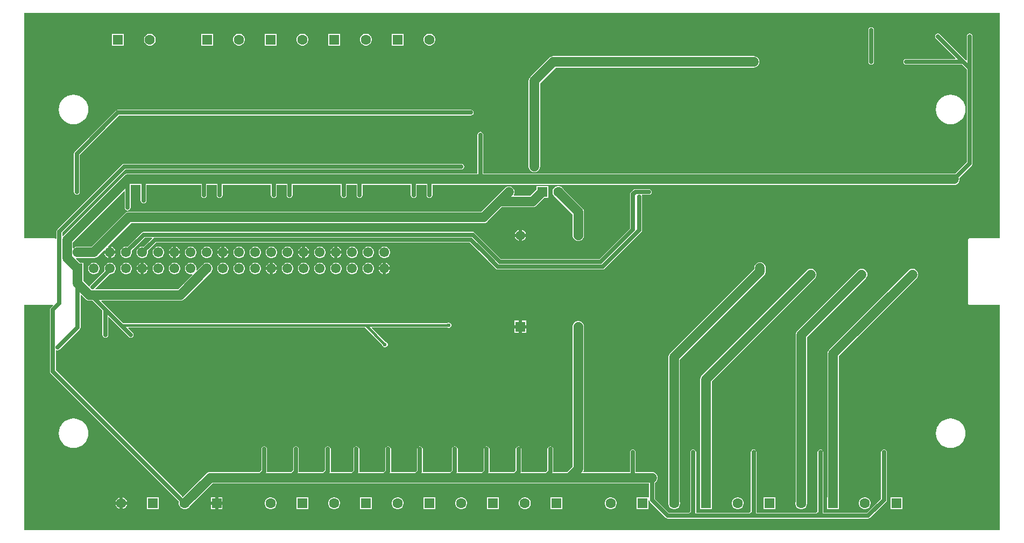
<source format=gbl>
G04*
G04 #@! TF.GenerationSoftware,Altium Limited,Altium Designer,24.2.2 (26)*
G04*
G04 Layer_Physical_Order=2*
G04 Layer_Color=16711680*
%FSLAX25Y25*%
%MOIN*%
G70*
G04*
G04 #@! TF.SameCoordinates,93052230-0714-41EE-B623-C252674C3430*
G04*
G04*
G04 #@! TF.FilePolarity,Positive*
G04*
G01*
G75*
%ADD51C,0.02500*%
%ADD52C,0.01500*%
%ADD53C,0.06000*%
%ADD54C,0.06000*%
%ADD55R,0.06496X0.06496*%
%ADD56C,0.06102*%
%ADD57R,0.06299X0.06299*%
%ADD58C,0.06299*%
%ADD59R,0.06102X0.06102*%
%ADD60C,0.02362*%
%ADD61C,0.05000*%
G36*
X605280Y182122D02*
X586614D01*
X586224Y182044D01*
X585893Y181823D01*
X585672Y181492D01*
X585595Y181102D01*
Y141732D01*
X585672Y141342D01*
X585893Y141011D01*
X586224Y140790D01*
X586614Y140713D01*
X605280D01*
Y1020D01*
X1020D01*
Y140713D01*
X18671D01*
X18862Y140251D01*
X17392Y138780D01*
X17005Y138202D01*
X16869Y137519D01*
Y99457D01*
X17005Y98774D01*
X17392Y98195D01*
X96881Y18706D01*
X96744Y18197D01*
Y17236D01*
X96993Y16308D01*
X97473Y15476D01*
X98153Y14796D01*
X98985Y14316D01*
X99913Y14067D01*
X100874D01*
X101802Y14316D01*
X102635Y14796D01*
X103314Y15476D01*
X103545Y15875D01*
X117604Y29934D01*
X387980D01*
Y21435D01*
X387508Y21366D01*
X387479Y21366D01*
X380209D01*
Y14067D01*
X387508D01*
Y19493D01*
X388008Y19542D01*
X388115Y19002D01*
X388502Y18423D01*
X398345Y8581D01*
X398923Y8194D01*
X399606Y8058D01*
X399606Y8058D01*
X523622D01*
X524305Y8194D01*
X524884Y8581D01*
X534726Y18423D01*
X534726Y18423D01*
X535113Y19002D01*
X535249Y19685D01*
X535249Y19685D01*
Y49213D01*
X535113Y49895D01*
X534726Y50474D01*
X534147Y50861D01*
X533465Y50997D01*
X532782Y50861D01*
X532203Y50474D01*
X531816Y49895D01*
X531680Y49213D01*
Y20424D01*
X522883Y11627D01*
X496030D01*
X495879Y11811D01*
Y49213D01*
X495743Y49895D01*
X495356Y50474D01*
X494777Y50861D01*
X494095Y50997D01*
X493412Y50861D01*
X492833Y50474D01*
X492446Y49895D01*
X492310Y49213D01*
Y12550D01*
X491387Y11627D01*
X454691D01*
X454540Y11811D01*
Y49213D01*
X454404Y49895D01*
X454018Y50474D01*
X453439Y50861D01*
X452756Y50997D01*
X452073Y50861D01*
X451494Y50474D01*
X451107Y49895D01*
X450972Y49213D01*
Y12550D01*
X450048Y11627D01*
X417290D01*
X417139Y11811D01*
X417139Y11811D01*
Y49213D01*
X417003Y49895D01*
X416616Y50474D01*
X416037Y50861D01*
X415354Y50997D01*
X414672Y50861D01*
X414093Y50474D01*
X413706Y49895D01*
X413570Y49213D01*
Y12550D01*
X412647Y11627D01*
X400345D01*
X391548Y20424D01*
Y30422D01*
X392260Y30968D01*
X392821Y31699D01*
X393174Y32551D01*
X393294Y33465D01*
X393174Y34378D01*
X392821Y35230D01*
X392260Y35961D01*
X391529Y36522D01*
X390677Y36874D01*
X389764Y36995D01*
X379737D01*
Y49213D01*
X379601Y49895D01*
X379214Y50474D01*
X378636Y50861D01*
X377953Y50997D01*
X377270Y50861D01*
X376691Y50474D01*
X376304Y49895D01*
X376168Y49213D01*
Y36995D01*
X347588D01*
X347297Y37495D01*
X347552Y38110D01*
X347672Y39024D01*
Y127134D01*
X347642Y127363D01*
Y127595D01*
X347582Y127818D01*
X347552Y128048D01*
X347463Y128261D01*
X347403Y128485D01*
X347288Y128685D01*
X347199Y128899D01*
X347058Y129083D01*
X346942Y129283D01*
X346779Y129446D01*
X346638Y129630D01*
X346454Y129771D01*
X346291Y129935D01*
X346090Y130050D01*
X345907Y130191D01*
X345693Y130280D01*
X345493Y130395D01*
X345269Y130455D01*
X345055Y130544D01*
X344826Y130574D01*
X344602Y130634D01*
X344371D01*
X344142Y130664D01*
X343912Y130634D01*
X343681D01*
X343457Y130574D01*
X343228Y130544D01*
X343014Y130455D01*
X342791Y130395D01*
X342590Y130280D01*
X342377Y130191D01*
X342193Y130050D01*
X341993Y129935D01*
X341829Y129771D01*
X341646Y129630D01*
X341505Y129446D01*
X341341Y129283D01*
X341225Y129083D01*
X341085Y128899D01*
X340996Y128685D01*
X340880Y128485D01*
X340820Y128261D01*
X340732Y128048D01*
X340702Y127818D01*
X340642Y127595D01*
Y127363D01*
X340612Y127134D01*
Y40486D01*
X337120Y36995D01*
X328869D01*
X328552Y37381D01*
X328556Y37402D01*
X328556Y37402D01*
Y51181D01*
X328420Y51864D01*
X328033Y52443D01*
X327454Y52830D01*
X326772Y52965D01*
X326089Y52830D01*
X325510Y52443D01*
X325123Y51864D01*
X324987Y51181D01*
Y38141D01*
X323842Y36995D01*
X309184D01*
X308867Y37381D01*
X308871Y37402D01*
X308871Y37402D01*
Y51181D01*
X308735Y51864D01*
X308348Y52443D01*
X307769Y52830D01*
X307087Y52965D01*
X306404Y52830D01*
X305825Y52443D01*
X305438Y51864D01*
X305302Y51181D01*
Y38141D01*
X304156Y36995D01*
X289499D01*
X289182Y37381D01*
X289186Y37402D01*
X289186Y37402D01*
Y51181D01*
X289050Y51864D01*
X288663Y52443D01*
X288084Y52830D01*
X287402Y52965D01*
X286719Y52830D01*
X286140Y52443D01*
X285753Y51864D01*
X285617Y51181D01*
Y38141D01*
X284471Y36995D01*
X269814D01*
X269497Y37381D01*
X269501Y37402D01*
Y51181D01*
X269365Y51864D01*
X268978Y52443D01*
X268399Y52830D01*
X267717Y52965D01*
X267034Y52830D01*
X266455Y52443D01*
X266068Y51864D01*
X265932Y51181D01*
Y38141D01*
X264786Y36995D01*
X248160D01*
X247843Y37381D01*
X247847Y37402D01*
Y51181D01*
X247711Y51864D01*
X247325Y52443D01*
X246746Y52830D01*
X246063Y52965D01*
X245380Y52830D01*
X244801Y52443D01*
X244414Y51864D01*
X244279Y51181D01*
Y38141D01*
X243133Y36995D01*
X228475D01*
X228158Y37381D01*
X228162Y37402D01*
Y51181D01*
X228026Y51864D01*
X227640Y52443D01*
X227061Y52830D01*
X226378Y52965D01*
X225695Y52830D01*
X225116Y52443D01*
X224729Y51864D01*
X224594Y51181D01*
Y38141D01*
X223448Y36995D01*
X208790D01*
X208473Y37381D01*
X208477Y37402D01*
X208477Y37402D01*
Y51181D01*
X208341Y51864D01*
X207955Y52443D01*
X207376Y52830D01*
X206693Y52965D01*
X206010Y52830D01*
X205431Y52443D01*
X205045Y51864D01*
X204909Y51181D01*
Y38141D01*
X203763Y36995D01*
X191074D01*
X190757Y37381D01*
X190761Y37402D01*
Y51181D01*
X190625Y51864D01*
X190238Y52443D01*
X189659Y52830D01*
X188976Y52965D01*
X188294Y52830D01*
X187715Y52443D01*
X187328Y51864D01*
X187192Y51181D01*
Y38141D01*
X186046Y36995D01*
X171389D01*
X171072Y37381D01*
X171076Y37402D01*
Y51181D01*
X170940Y51864D01*
X170553Y52443D01*
X169974Y52830D01*
X169291Y52965D01*
X168608Y52830D01*
X168030Y52443D01*
X167643Y51864D01*
X167507Y51181D01*
Y38141D01*
X166361Y36995D01*
X151704D01*
X151386Y37381D01*
X151391Y37402D01*
Y51181D01*
X151255Y51864D01*
X150868Y52443D01*
X150289Y52830D01*
X149606Y52965D01*
X148924Y52830D01*
X148345Y52443D01*
X147958Y51864D01*
X147822Y51181D01*
Y38141D01*
X146676Y36995D01*
X116142D01*
X115228Y36874D01*
X114377Y36522D01*
X113646Y35961D01*
X99159Y21474D01*
X20438Y100196D01*
Y112350D01*
X20879Y112586D01*
X20971Y112525D01*
X21654Y112389D01*
X22336Y112525D01*
X22915Y112912D01*
X35277Y125274D01*
X35277Y125274D01*
X35664Y125853D01*
X35800Y126535D01*
X35800Y126535D01*
Y146719D01*
X36262Y146910D01*
X38843Y144329D01*
X39575Y143768D01*
X40426Y143415D01*
X41340Y143295D01*
X41340Y143295D01*
X43158D01*
X49397Y137056D01*
Y122047D01*
X49533Y121364D01*
X49919Y120786D01*
X50498Y120399D01*
X51181Y120263D01*
X51864Y120399D01*
X52443Y120786D01*
X52830Y121364D01*
X52965Y122047D01*
Y132834D01*
X53427Y133026D01*
X59762Y126691D01*
X65667Y120786D01*
X66246Y120399D01*
X66929Y120263D01*
X67612Y120399D01*
X68191Y120786D01*
X68578Y121364D01*
X68713Y122047D01*
X68578Y122730D01*
X68191Y123309D01*
X65283Y126216D01*
X65475Y126678D01*
X212070D01*
X222728Y116020D01*
Y115807D01*
X222984Y115190D01*
X223457Y114717D01*
X224075Y114461D01*
X224744D01*
X225362Y114717D01*
X225835Y115190D01*
X226091Y115807D01*
Y116476D01*
X225835Y117094D01*
X225362Y117567D01*
X224744Y117823D01*
X224531D01*
X216137Y126216D01*
X216329Y126678D01*
X262677D01*
X262827Y126528D01*
X263445Y126272D01*
X264114D01*
X264732Y126528D01*
X265205Y127000D01*
X265461Y127618D01*
Y128287D01*
X265205Y128905D01*
X264732Y129378D01*
X264114Y129634D01*
X263445D01*
X262827Y129378D01*
X262677Y129227D01*
X62273D01*
X52443Y139057D01*
X52443Y139057D01*
X48667Y142833D01*
X48858Y143295D01*
X97612D01*
X98526Y143415D01*
X99377Y143768D01*
X100108Y144329D01*
X116126Y160346D01*
X116196Y160387D01*
X116857Y161048D01*
X117325Y161858D01*
X117567Y162761D01*
Y163696D01*
X117325Y164599D01*
X116857Y165409D01*
X116196Y166070D01*
X115386Y166537D01*
X114483Y166779D01*
X113548D01*
X112645Y166537D01*
X111835Y166070D01*
X111174Y165409D01*
X111134Y165339D01*
X107912Y162117D01*
X107464Y162376D01*
X107567Y162761D01*
Y163696D01*
X107325Y164599D01*
X106857Y165409D01*
X106196Y166070D01*
X105386Y166537D01*
X104483Y166779D01*
X103548D01*
X102645Y166537D01*
X101835Y166070D01*
X101174Y165409D01*
X100707Y164599D01*
X100465Y163696D01*
Y162761D01*
X100707Y161858D01*
X101174Y161048D01*
X101835Y160387D01*
X102645Y159919D01*
X103548Y159677D01*
X104483D01*
X104868Y159780D01*
X105127Y159332D01*
X96150Y150355D01*
X45264D01*
X45073Y150817D01*
X53933Y159677D01*
X54483D01*
X55387Y159919D01*
X56196Y160387D01*
X56857Y161048D01*
X57325Y161858D01*
X57567Y162761D01*
Y163696D01*
X57325Y164599D01*
X56857Y165409D01*
X56196Y166070D01*
X55387Y166537D01*
X54483Y166779D01*
X53548D01*
X52645Y166537D01*
X51835Y166070D01*
X51174Y165409D01*
X50707Y164599D01*
X50465Y163696D01*
Y162761D01*
X50707Y161858D01*
X50838Y161629D01*
X42045Y152837D01*
X41659Y152258D01*
X41636Y152144D01*
X41158Y151999D01*
X37597Y155560D01*
Y163177D01*
X37567Y163407D01*
Y166779D01*
X35457D01*
X32905Y169332D01*
X33163Y169780D01*
X33548Y169677D01*
X34483D01*
X34562Y169698D01*
X43470D01*
X43548Y169677D01*
X44483D01*
X45386Y169919D01*
X46196Y170387D01*
X46857Y171048D01*
X46898Y171118D01*
X50119Y174339D01*
X50312Y174228D01*
X53016D01*
Y176932D01*
X52905Y177125D01*
X67132Y191352D01*
X285433D01*
X286347Y191472D01*
X287198Y191825D01*
X287929Y192386D01*
X296738Y201194D01*
X315866D01*
X316780Y201314D01*
X317631Y201667D01*
X318362Y202228D01*
X323114Y206980D01*
X325421D01*
Y214280D01*
X318122D01*
Y211973D01*
X314404Y208255D01*
X304335D01*
X304114Y208703D01*
X304238Y208865D01*
X304591Y209716D01*
X304711Y210630D01*
X304591Y211544D01*
X304238Y212395D01*
X303677Y213126D01*
X302946Y213687D01*
X302095Y214040D01*
X301181Y214160D01*
X300267Y214040D01*
X299416Y213687D01*
X298685Y213126D01*
X292779Y207221D01*
X283971Y198412D01*
X65669D01*
X64756Y198292D01*
X63904Y197939D01*
X63173Y197378D01*
X42553Y176759D01*
X34562D01*
X34483Y176779D01*
X33548D01*
X32645Y176538D01*
X31835Y176070D01*
X31495Y175730D01*
X30995Y175937D01*
Y179384D01*
X62795Y211185D01*
X63257Y210993D01*
Y201297D01*
X63176Y200891D01*
X63312Y200208D01*
X63699Y199629D01*
X64278Y199242D01*
X64961Y199107D01*
X65643Y199242D01*
X66222Y199629D01*
X66303Y199710D01*
X66690Y200289D01*
X66826Y200972D01*
Y214974D01*
X73068D01*
Y205469D01*
X73203Y204786D01*
X73590Y204207D01*
X74169Y203820D01*
X74852Y203684D01*
X75535Y203820D01*
X76113Y204207D01*
X76500Y204786D01*
X76636Y205469D01*
Y214974D01*
X110420D01*
Y208661D01*
X110556Y207979D01*
X110943Y207400D01*
X111522Y207013D01*
X112205Y206877D01*
X112888Y207013D01*
X113466Y207400D01*
X113853Y207979D01*
X113989Y208661D01*
Y214974D01*
X120263D01*
Y208661D01*
X120399Y207979D01*
X120786Y207400D01*
X121364Y207013D01*
X122047Y206877D01*
X122730Y207013D01*
X123309Y207400D01*
X123696Y207979D01*
X123831Y208661D01*
Y214974D01*
X153727D01*
Y208661D01*
X153863Y207979D01*
X154250Y207400D01*
X154829Y207013D01*
X155512Y206877D01*
X156195Y207013D01*
X156773Y207400D01*
X157160Y207979D01*
X157296Y208661D01*
Y214974D01*
X163570D01*
Y208661D01*
X163706Y207979D01*
X164093Y207400D01*
X164672Y207013D01*
X165354Y206877D01*
X166037Y207013D01*
X166616Y207400D01*
X167003Y207979D01*
X167139Y208661D01*
Y214974D01*
X197035D01*
Y208661D01*
X197170Y207979D01*
X197557Y207400D01*
X198136Y207013D01*
X198819Y206877D01*
X199502Y207013D01*
X200081Y207400D01*
X200467Y207979D01*
X200603Y208661D01*
Y214974D01*
X206877D01*
Y208661D01*
X207013Y207979D01*
X207400Y207400D01*
X207979Y207013D01*
X208661Y206877D01*
X209344Y207013D01*
X209923Y207400D01*
X210310Y207979D01*
X210446Y208661D01*
Y214974D01*
X240342D01*
Y208661D01*
X240477Y207979D01*
X240864Y207400D01*
X241443Y207013D01*
X242126Y206877D01*
X242809Y207013D01*
X243388Y207400D01*
X243774Y207979D01*
X243910Y208661D01*
Y214974D01*
X250184D01*
Y208661D01*
X250320Y207979D01*
X250707Y207400D01*
X251286Y207013D01*
X251969Y206877D01*
X252651Y207013D01*
X253230Y207400D01*
X253617Y207979D01*
X253753Y208661D01*
Y214974D01*
X576772D01*
X577685Y215094D01*
X578537Y215447D01*
X579268Y216008D01*
X579829Y216739D01*
X580182Y217590D01*
X580302Y218504D01*
X580185Y219394D01*
X587876Y227085D01*
X587876Y227085D01*
X588263Y227664D01*
X588399Y228346D01*
X588398Y228346D01*
Y287402D01*
Y307087D01*
X588263Y307769D01*
X587876Y308348D01*
X587297Y308735D01*
X586614Y308871D01*
X585931Y308735D01*
X585353Y308348D01*
X584966Y307769D01*
X584830Y307087D01*
Y292362D01*
X584368Y292171D01*
X583939Y292600D01*
X583939Y292600D01*
X568191Y308348D01*
X567612Y308735D01*
X566929Y308871D01*
X566246Y308735D01*
X565667Y308348D01*
X565281Y307769D01*
X565145Y307087D01*
X565281Y306404D01*
X565667Y305825D01*
X577908Y293585D01*
X577716Y293123D01*
X547244D01*
X546561Y292987D01*
X545982Y292600D01*
X545596Y292021D01*
X545460Y291339D01*
X545596Y290656D01*
X545982Y290077D01*
X546561Y289690D01*
X547244Y289554D01*
X581938D01*
X584830Y286663D01*
Y229085D01*
X577661Y221917D01*
X576772Y222034D01*
X285249D01*
Y246063D01*
X285113Y246746D01*
X284726Y247325D01*
X284147Y247711D01*
X283465Y247847D01*
X282782Y247711D01*
X282203Y247325D01*
X281816Y246746D01*
X281680Y246063D01*
Y222034D01*
X65122D01*
X64209Y221914D01*
X63357Y221561D01*
X62626Y221000D01*
X24999Y183373D01*
X24837Y183387D01*
X24499Y183502D01*
Y185361D01*
X63731Y224594D01*
X271654D01*
X272336Y224729D01*
X272915Y225116D01*
X273302Y225695D01*
X273438Y226378D01*
X273302Y227061D01*
X272915Y227640D01*
X272336Y228026D01*
X271654Y228162D01*
X62992D01*
X62309Y228026D01*
X61730Y227640D01*
X21453Y187362D01*
X21066Y186783D01*
X20930Y186100D01*
Y181939D01*
X20430Y181787D01*
X20406Y181823D01*
X20075Y182044D01*
X19685Y182122D01*
X1020D01*
Y321815D01*
X605280D01*
Y182122D01*
D02*
G37*
%LPC*%
G36*
X252449Y308768D02*
X251488D01*
X250560Y308519D01*
X249728Y308038D01*
X249048Y307359D01*
X248568Y306527D01*
X248319Y305599D01*
Y304638D01*
X248568Y303709D01*
X249048Y302877D01*
X249728Y302198D01*
X250560Y301717D01*
X251488Y301468D01*
X252449D01*
X253377Y301717D01*
X254209Y302198D01*
X254889Y302877D01*
X255369Y303709D01*
X255618Y304638D01*
Y305599D01*
X255369Y306527D01*
X254889Y307359D01*
X254209Y308038D01*
X253377Y308519D01*
X252449Y308768D01*
D02*
G37*
G36*
X235933D02*
X228634D01*
Y301468D01*
X235933D01*
Y308768D01*
D02*
G37*
G36*
X213079D02*
X212118D01*
X211190Y308519D01*
X210357Y308038D01*
X209678Y307359D01*
X209198Y306527D01*
X208949Y305599D01*
Y304638D01*
X209198Y303709D01*
X209678Y302877D01*
X210357Y302198D01*
X211190Y301717D01*
X212118Y301468D01*
X213079D01*
X214007Y301717D01*
X214839Y302198D01*
X215519Y302877D01*
X215999Y303709D01*
X216248Y304638D01*
Y305599D01*
X215999Y306527D01*
X215519Y307359D01*
X214839Y308038D01*
X214007Y308519D01*
X213079Y308768D01*
D02*
G37*
G36*
X196563D02*
X189264D01*
Y301468D01*
X196563D01*
Y308768D01*
D02*
G37*
G36*
X173709D02*
X172748D01*
X171820Y308519D01*
X170987Y308038D01*
X170308Y307359D01*
X169827Y306527D01*
X169579Y305599D01*
Y304638D01*
X169827Y303709D01*
X170308Y302877D01*
X170987Y302198D01*
X171820Y301717D01*
X172748Y301468D01*
X173709D01*
X174637Y301717D01*
X175469Y302198D01*
X176149Y302877D01*
X176629Y303709D01*
X176878Y304638D01*
Y305599D01*
X176629Y306527D01*
X176149Y307359D01*
X175469Y308038D01*
X174637Y308519D01*
X173709Y308768D01*
D02*
G37*
G36*
X157193D02*
X149894D01*
Y301468D01*
X157193D01*
Y308768D01*
D02*
G37*
G36*
X79221D02*
X78260D01*
X77332Y308519D01*
X76499Y308038D01*
X75820Y307359D01*
X75339Y306527D01*
X75091Y305599D01*
Y304638D01*
X75339Y303709D01*
X75820Y302877D01*
X76499Y302198D01*
X77332Y301717D01*
X78260Y301468D01*
X79221D01*
X80149Y301717D01*
X80981Y302198D01*
X81661Y302877D01*
X82141Y303709D01*
X82390Y304638D01*
Y305599D01*
X82141Y306527D01*
X81661Y307359D01*
X80981Y308038D01*
X80149Y308519D01*
X79221Y308768D01*
D02*
G37*
G36*
X62705D02*
X55405D01*
Y301468D01*
X62705D01*
Y308768D01*
D02*
G37*
G36*
X134339Y308768D02*
X133378D01*
X132450Y308519D01*
X131617Y308038D01*
X130938Y307359D01*
X130457Y306527D01*
X130209Y305599D01*
Y304638D01*
X130457Y303709D01*
X130938Y302877D01*
X131617Y302198D01*
X132450Y301717D01*
X133378Y301468D01*
X134339D01*
X135267Y301717D01*
X136099Y302198D01*
X136779Y302877D01*
X137259Y303709D01*
X137508Y304638D01*
Y305599D01*
X137259Y306527D01*
X136779Y307359D01*
X136099Y308038D01*
X135267Y308519D01*
X134339Y308768D01*
D02*
G37*
G36*
X117823D02*
X110524D01*
Y301468D01*
X117823D01*
Y308768D01*
D02*
G37*
G36*
X525591Y312808D02*
X524908Y312672D01*
X524329Y312285D01*
X523942Y311706D01*
X523806Y311024D01*
Y291339D01*
X523942Y290656D01*
X524329Y290077D01*
X524908Y289690D01*
X525591Y289554D01*
X526273Y289690D01*
X526852Y290077D01*
X527239Y290656D01*
X527375Y291339D01*
Y311024D01*
X527239Y311706D01*
X526852Y312285D01*
X526273Y312672D01*
X525591Y312808D01*
D02*
G37*
G36*
X574803Y270971D02*
X573016Y270795D01*
X571298Y270274D01*
X569714Y269428D01*
X568326Y268288D01*
X567186Y266900D01*
X566340Y265317D01*
X565819Y263598D01*
X565643Y261811D01*
X565819Y260024D01*
X566340Y258306D01*
X567186Y256722D01*
X568326Y255334D01*
X569714Y254194D01*
X571298Y253348D01*
X573016Y252827D01*
X574803Y252651D01*
X576590Y252827D01*
X578309Y253348D01*
X579892Y254194D01*
X581281Y255334D01*
X582420Y256722D01*
X583266Y258306D01*
X583788Y260024D01*
X583964Y261811D01*
X583788Y263598D01*
X583266Y265317D01*
X582420Y266900D01*
X581281Y268288D01*
X579892Y269428D01*
X578309Y270274D01*
X576590Y270795D01*
X574803Y270971D01*
D02*
G37*
G36*
X31496D02*
X29709Y270795D01*
X27990Y270274D01*
X26407Y269428D01*
X25019Y268288D01*
X23879Y266900D01*
X23033Y265317D01*
X22512Y263598D01*
X22336Y261811D01*
X22512Y260024D01*
X23033Y258306D01*
X23879Y256722D01*
X25019Y255334D01*
X26407Y254194D01*
X27990Y253348D01*
X29709Y252827D01*
X31496Y252651D01*
X33283Y252827D01*
X35002Y253348D01*
X36585Y254194D01*
X37973Y255334D01*
X39113Y256722D01*
X39959Y258306D01*
X40481Y260024D01*
X40657Y261811D01*
X40481Y263598D01*
X39959Y265317D01*
X39113Y266900D01*
X37973Y268288D01*
X36585Y269428D01*
X35002Y270274D01*
X33283Y270795D01*
X31496Y270971D01*
D02*
G37*
G36*
X452756Y294869D02*
X328740D01*
X327826Y294748D01*
X326975Y294396D01*
X326244Y293835D01*
X314433Y282024D01*
X313872Y281293D01*
X313519Y280441D01*
X313399Y279528D01*
Y226378D01*
X313519Y225464D01*
X313872Y224613D01*
X314433Y223882D01*
X315164Y223321D01*
X316016Y222968D01*
X316929Y222848D01*
X317843Y222968D01*
X318694Y223321D01*
X319425Y223882D01*
X319986Y224613D01*
X320339Y225464D01*
X320459Y226378D01*
Y278065D01*
X330202Y287808D01*
X452756D01*
X453670Y287929D01*
X454521Y288281D01*
X455252Y288842D01*
X455813Y289574D01*
X456166Y290425D01*
X456286Y291339D01*
X456166Y292252D01*
X455813Y293104D01*
X455252Y293835D01*
X454521Y294396D01*
X453670Y294748D01*
X452756Y294869D01*
D02*
G37*
G36*
X277559Y261627D02*
X59055D01*
X58372Y261491D01*
X57793Y261104D01*
X57793Y261104D01*
X32203Y235514D01*
X31816Y234935D01*
X31680Y234252D01*
Y210630D01*
X31816Y209947D01*
X32203Y209368D01*
X32782Y208981D01*
X33465Y208846D01*
X34147Y208981D01*
X34726Y209368D01*
X35113Y209947D01*
X35249Y210630D01*
Y233513D01*
X59794Y258058D01*
X277559D01*
X278242Y258194D01*
X278821Y258581D01*
X279207Y259160D01*
X279343Y259842D01*
X279207Y260525D01*
X278821Y261104D01*
X278242Y261491D01*
X277559Y261627D01*
D02*
G37*
G36*
X309315Y187182D02*
Y184827D01*
X311670D01*
X311576Y185178D01*
X311116Y185976D01*
X310464Y186627D01*
X309666Y187088D01*
X309315Y187182D01*
D02*
G37*
G36*
X307315Y187182D02*
X306964Y187088D01*
X306166Y186627D01*
X305514Y185976D01*
X305053Y185178D01*
X304959Y184827D01*
X307315D01*
Y187182D01*
D02*
G37*
G36*
Y182827D02*
X304960D01*
X305053Y182476D01*
X305514Y181678D01*
X306166Y181026D01*
X306964Y180565D01*
X307315Y180471D01*
Y182827D01*
D02*
G37*
G36*
X311670D02*
X309315D01*
Y180471D01*
X309666Y180565D01*
X310464Y181026D01*
X311116Y181678D01*
X311576Y182476D01*
X311670Y182827D01*
D02*
G37*
G36*
X332252Y214280D02*
X331291D01*
X330363Y214031D01*
X329531Y213550D01*
X328851Y212871D01*
X328371Y212039D01*
X328122Y211110D01*
Y210149D01*
X328371Y209221D01*
X328851Y208389D01*
X329531Y207710D01*
X329930Y207479D01*
X340612Y196798D01*
Y183827D01*
X340642Y183597D01*
Y183366D01*
X340702Y183142D01*
X340732Y182913D01*
X340820Y182699D01*
X340880Y182476D01*
X340996Y182275D01*
X341085Y182062D01*
X341225Y181878D01*
X341341Y181678D01*
X341505Y181514D01*
X341646Y181331D01*
X341829Y181190D01*
X341993Y181026D01*
X342193Y180910D01*
X342377Y180770D01*
X342590Y180681D01*
X342791Y180565D01*
X343014Y180505D01*
X343228Y180417D01*
X343457Y180387D01*
X343681Y180327D01*
X343912D01*
X344142Y180297D01*
X344371Y180327D01*
X344602D01*
X344826Y180387D01*
X345055Y180417D01*
X345269Y180505D01*
X345493Y180565D01*
X345693Y180681D01*
X345907Y180770D01*
X346090Y180910D01*
X346291Y181026D01*
X346454Y181190D01*
X346638Y181331D01*
X346779Y181514D01*
X346942Y181678D01*
X347058Y181878D01*
X347199Y182062D01*
X347288Y182275D01*
X347403Y182476D01*
X347463Y182699D01*
X347552Y182913D01*
X347582Y183142D01*
X347642Y183366D01*
Y183597D01*
X347672Y183827D01*
Y198260D01*
X347552Y199173D01*
X347199Y200025D01*
X346638Y200756D01*
X346638Y200756D01*
X334923Y212471D01*
X334692Y212871D01*
X334013Y213550D01*
X333180Y214031D01*
X332252Y214280D01*
D02*
G37*
G36*
X195016Y176637D02*
Y174228D01*
X197424D01*
X197325Y174599D01*
X196857Y175409D01*
X196196Y176070D01*
X195386Y176538D01*
X195016Y176637D01*
D02*
G37*
G36*
X193016D02*
X192645Y176538D01*
X191835Y176070D01*
X191174Y175409D01*
X190707Y174599D01*
X190607Y174228D01*
X193016D01*
Y176637D01*
D02*
G37*
G36*
X175016D02*
Y174228D01*
X177424D01*
X177325Y174599D01*
X176857Y175409D01*
X176196Y176070D01*
X175386Y176538D01*
X175016Y176637D01*
D02*
G37*
G36*
X173016D02*
X172645Y176538D01*
X171835Y176070D01*
X171174Y175409D01*
X170707Y174599D01*
X170607Y174228D01*
X173016D01*
Y176637D01*
D02*
G37*
G36*
X125016D02*
Y174228D01*
X127424D01*
X127325Y174599D01*
X126857Y175409D01*
X126196Y176070D01*
X125386Y176538D01*
X125016Y176637D01*
D02*
G37*
G36*
X123016D02*
X122645Y176538D01*
X121835Y176070D01*
X121174Y175409D01*
X120707Y174599D01*
X120607Y174228D01*
X123016D01*
Y176637D01*
D02*
G37*
G36*
X95016D02*
Y174228D01*
X97424D01*
X97325Y174599D01*
X96857Y175409D01*
X96196Y176070D01*
X95386Y176538D01*
X95016Y176637D01*
D02*
G37*
G36*
X93016D02*
X92645Y176538D01*
X91835Y176070D01*
X91174Y175409D01*
X90707Y174599D01*
X90607Y174228D01*
X93016D01*
Y176637D01*
D02*
G37*
G36*
X55016D02*
Y174228D01*
X57424D01*
X57325Y174599D01*
X56857Y175409D01*
X56196Y176070D01*
X55387Y176538D01*
X55016Y176637D01*
D02*
G37*
G36*
X197424Y172228D02*
X195016D01*
Y169820D01*
X195386Y169919D01*
X196196Y170387D01*
X196857Y171048D01*
X197325Y171858D01*
X197424Y172228D01*
D02*
G37*
G36*
X193016D02*
X190607D01*
X190707Y171858D01*
X191174Y171048D01*
X191835Y170387D01*
X192645Y169919D01*
X193016Y169820D01*
Y172228D01*
D02*
G37*
G36*
X177424D02*
X175016D01*
Y169820D01*
X175386Y169919D01*
X176196Y170387D01*
X176857Y171048D01*
X177325Y171858D01*
X177424Y172228D01*
D02*
G37*
G36*
X173016D02*
X170607D01*
X170707Y171858D01*
X171174Y171048D01*
X171835Y170387D01*
X172645Y169919D01*
X173016Y169820D01*
Y172228D01*
D02*
G37*
G36*
X127424D02*
X125016D01*
Y169820D01*
X125386Y169919D01*
X126196Y170387D01*
X126857Y171048D01*
X127325Y171858D01*
X127424Y172228D01*
D02*
G37*
G36*
X123016D02*
X120607D01*
X120707Y171858D01*
X121174Y171048D01*
X121835Y170387D01*
X122645Y169919D01*
X123016Y169820D01*
Y172228D01*
D02*
G37*
G36*
X97424D02*
X95016D01*
Y169820D01*
X95386Y169919D01*
X96196Y170387D01*
X96857Y171048D01*
X97325Y171858D01*
X97424Y172228D01*
D02*
G37*
G36*
X93016D02*
X90607D01*
X90707Y171858D01*
X91174Y171048D01*
X91835Y170387D01*
X92645Y169919D01*
X93016Y169820D01*
Y172228D01*
D02*
G37*
G36*
X57424D02*
X55016D01*
Y169820D01*
X55387Y169919D01*
X56196Y170387D01*
X56857Y171048D01*
X57325Y171858D01*
X57424Y172228D01*
D02*
G37*
G36*
X53016D02*
X50607D01*
X50707Y171858D01*
X51174Y171048D01*
X51835Y170387D01*
X52645Y169919D01*
X53016Y169820D01*
Y172228D01*
D02*
G37*
G36*
X224483Y176779D02*
X223548D01*
X222645Y176538D01*
X221835Y176070D01*
X221174Y175409D01*
X220707Y174599D01*
X220465Y173696D01*
Y172761D01*
X220707Y171858D01*
X221174Y171048D01*
X221835Y170387D01*
X222645Y169919D01*
X223548Y169677D01*
X224483D01*
X225387Y169919D01*
X226196Y170387D01*
X226857Y171048D01*
X227325Y171858D01*
X227567Y172761D01*
Y173696D01*
X227325Y174599D01*
X226857Y175409D01*
X226196Y176070D01*
X225387Y176538D01*
X224483Y176779D01*
D02*
G37*
G36*
X214483D02*
X213548D01*
X212645Y176538D01*
X211835Y176070D01*
X211174Y175409D01*
X210707Y174599D01*
X210465Y173696D01*
Y172761D01*
X210707Y171858D01*
X211174Y171048D01*
X211835Y170387D01*
X212645Y169919D01*
X213548Y169677D01*
X214483D01*
X215387Y169919D01*
X216196Y170387D01*
X216857Y171048D01*
X217325Y171858D01*
X217567Y172761D01*
Y173696D01*
X217325Y174599D01*
X216857Y175409D01*
X216196Y176070D01*
X215387Y176538D01*
X214483Y176779D01*
D02*
G37*
G36*
X204483D02*
X203548D01*
X202645Y176538D01*
X201835Y176070D01*
X201174Y175409D01*
X200707Y174599D01*
X200465Y173696D01*
Y172761D01*
X200707Y171858D01*
X201174Y171048D01*
X201835Y170387D01*
X202645Y169919D01*
X203548Y169677D01*
X204483D01*
X205386Y169919D01*
X206196Y170387D01*
X206857Y171048D01*
X207325Y171858D01*
X207567Y172761D01*
Y173696D01*
X207325Y174599D01*
X206857Y175409D01*
X206196Y176070D01*
X205386Y176538D01*
X204483Y176779D01*
D02*
G37*
G36*
X184483D02*
X183548D01*
X182645Y176538D01*
X181835Y176070D01*
X181174Y175409D01*
X180707Y174599D01*
X180465Y173696D01*
Y172761D01*
X180707Y171858D01*
X181174Y171048D01*
X181835Y170387D01*
X182645Y169919D01*
X183548Y169677D01*
X184483D01*
X185386Y169919D01*
X186196Y170387D01*
X186857Y171048D01*
X187325Y171858D01*
X187567Y172761D01*
Y173696D01*
X187325Y174599D01*
X186857Y175409D01*
X186196Y176070D01*
X185386Y176538D01*
X184483Y176779D01*
D02*
G37*
G36*
X164483D02*
X163548D01*
X162645Y176538D01*
X161835Y176070D01*
X161174Y175409D01*
X160707Y174599D01*
X160465Y173696D01*
Y172761D01*
X160707Y171858D01*
X161174Y171048D01*
X161835Y170387D01*
X162645Y169919D01*
X163548Y169677D01*
X164483D01*
X165386Y169919D01*
X166196Y170387D01*
X166857Y171048D01*
X167325Y171858D01*
X167567Y172761D01*
Y173696D01*
X167325Y174599D01*
X166857Y175409D01*
X166196Y176070D01*
X165386Y176538D01*
X164483Y176779D01*
D02*
G37*
G36*
X154483D02*
X153548D01*
X152645Y176538D01*
X151835Y176070D01*
X151174Y175409D01*
X150707Y174599D01*
X150465Y173696D01*
Y172761D01*
X150707Y171858D01*
X151174Y171048D01*
X151835Y170387D01*
X152645Y169919D01*
X153548Y169677D01*
X154483D01*
X155386Y169919D01*
X156196Y170387D01*
X156857Y171048D01*
X157325Y171858D01*
X157567Y172761D01*
Y173696D01*
X157325Y174599D01*
X156857Y175409D01*
X156196Y176070D01*
X155386Y176538D01*
X154483Y176779D01*
D02*
G37*
G36*
X144483D02*
X143548D01*
X142645Y176538D01*
X141835Y176070D01*
X141174Y175409D01*
X140707Y174599D01*
X140465Y173696D01*
Y172761D01*
X140707Y171858D01*
X141174Y171048D01*
X141835Y170387D01*
X142645Y169919D01*
X143548Y169677D01*
X144483D01*
X145386Y169919D01*
X146196Y170387D01*
X146857Y171048D01*
X147325Y171858D01*
X147567Y172761D01*
Y173696D01*
X147325Y174599D01*
X146857Y175409D01*
X146196Y176070D01*
X145386Y176538D01*
X144483Y176779D01*
D02*
G37*
G36*
X134483D02*
X133548D01*
X132645Y176538D01*
X131835Y176070D01*
X131174Y175409D01*
X130707Y174599D01*
X130465Y173696D01*
Y172761D01*
X130707Y171858D01*
X131174Y171048D01*
X131835Y170387D01*
X132645Y169919D01*
X133548Y169677D01*
X134483D01*
X135386Y169919D01*
X136196Y170387D01*
X136857Y171048D01*
X137325Y171858D01*
X137567Y172761D01*
Y173696D01*
X137325Y174599D01*
X136857Y175409D01*
X136196Y176070D01*
X135386Y176538D01*
X134483Y176779D01*
D02*
G37*
G36*
X114483D02*
X113548D01*
X112645Y176538D01*
X111835Y176070D01*
X111174Y175409D01*
X110707Y174599D01*
X110465Y173696D01*
Y172761D01*
X110707Y171858D01*
X111174Y171048D01*
X111835Y170387D01*
X112645Y169919D01*
X113548Y169677D01*
X114483D01*
X115386Y169919D01*
X116196Y170387D01*
X116857Y171048D01*
X117325Y171858D01*
X117567Y172761D01*
Y173696D01*
X117325Y174599D01*
X116857Y175409D01*
X116196Y176070D01*
X115386Y176538D01*
X114483Y176779D01*
D02*
G37*
G36*
X104483D02*
X103548D01*
X102645Y176538D01*
X101835Y176070D01*
X101174Y175409D01*
X100707Y174599D01*
X100465Y173696D01*
Y172761D01*
X100707Y171858D01*
X101174Y171048D01*
X101835Y170387D01*
X102645Y169919D01*
X103548Y169677D01*
X104483D01*
X105386Y169919D01*
X106196Y170387D01*
X106857Y171048D01*
X107325Y171858D01*
X107567Y172761D01*
Y173696D01*
X107325Y174599D01*
X106857Y175409D01*
X106196Y176070D01*
X105386Y176538D01*
X104483Y176779D01*
D02*
G37*
G36*
X84483D02*
X83548D01*
X82645Y176538D01*
X81835Y176070D01*
X81174Y175409D01*
X80707Y174599D01*
X80465Y173696D01*
Y172761D01*
X80707Y171858D01*
X81174Y171048D01*
X81835Y170387D01*
X82645Y169919D01*
X83548Y169677D01*
X84483D01*
X85387Y169919D01*
X86196Y170387D01*
X86857Y171048D01*
X87325Y171858D01*
X87567Y172761D01*
Y173696D01*
X87325Y174599D01*
X86857Y175409D01*
X86196Y176070D01*
X85387Y176538D01*
X84483Y176779D01*
D02*
G37*
G36*
X387795Y212414D02*
X379417D01*
X378734Y212278D01*
X378155Y211892D01*
X378155Y211892D01*
X376691Y210427D01*
X376304Y209848D01*
X376168Y209166D01*
Y188053D01*
X357223Y169107D01*
X296320D01*
X280063Y185364D01*
X279485Y185751D01*
X278802Y185887D01*
X74890D01*
X74207Y185751D01*
X73628Y185364D01*
X73628Y185364D01*
X64925Y176661D01*
X64483Y176779D01*
X63548D01*
X62645Y176538D01*
X61835Y176070D01*
X61174Y175409D01*
X60707Y174599D01*
X60465Y173696D01*
Y172761D01*
X60707Y171858D01*
X61174Y171048D01*
X61835Y170387D01*
X62645Y169919D01*
X63548Y169677D01*
X64483D01*
X65386Y169919D01*
X66196Y170387D01*
X66857Y171048D01*
X67325Y171858D01*
X67567Y172761D01*
Y173696D01*
X67449Y174138D01*
X75629Y182318D01*
X79945D01*
X80136Y181856D01*
X74938Y176658D01*
X74483Y176779D01*
X73548D01*
X72645Y176538D01*
X71835Y176070D01*
X71174Y175409D01*
X70707Y174599D01*
X70465Y173696D01*
Y172761D01*
X70707Y171858D01*
X71174Y171048D01*
X71835Y170387D01*
X72645Y169919D01*
X73548Y169677D01*
X74483D01*
X75387Y169919D01*
X76196Y170387D01*
X76857Y171048D01*
X77325Y171858D01*
X77567Y172761D01*
Y173696D01*
X77452Y174125D01*
X82645Y179318D01*
X276820D01*
X285203Y170935D01*
X285203Y170935D01*
X293077Y163061D01*
X293077Y163061D01*
X293656Y162674D01*
X294339Y162539D01*
X294339Y162539D01*
X359205D01*
X359888Y162674D01*
X360466Y163061D01*
X368340Y170935D01*
X368340Y170935D01*
X383151Y185746D01*
X383151Y185746D01*
X383538Y186325D01*
X383674Y187008D01*
X383674Y187008D01*
Y207630D01*
X383538Y208313D01*
X383477Y208405D01*
X383713Y208846D01*
X387795D01*
X388478Y208981D01*
X389057Y209368D01*
X389444Y209947D01*
X389580Y210630D01*
X389444Y211313D01*
X389057Y211892D01*
X388478Y212278D01*
X387795Y212414D01*
D02*
G37*
G36*
X225016Y166637D02*
Y164228D01*
X227424D01*
X227325Y164599D01*
X226857Y165409D01*
X226196Y166070D01*
X225387Y166537D01*
X225016Y166637D01*
D02*
G37*
G36*
X223016D02*
X222645Y166537D01*
X221835Y166070D01*
X221174Y165409D01*
X220707Y164599D01*
X220607Y164228D01*
X223016D01*
Y166637D01*
D02*
G37*
G36*
X155016D02*
Y164228D01*
X157424D01*
X157325Y164599D01*
X156857Y165409D01*
X156196Y166070D01*
X155386Y166537D01*
X155016Y166637D01*
D02*
G37*
G36*
X153016D02*
X152645Y166537D01*
X151835Y166070D01*
X151174Y165409D01*
X150707Y164599D01*
X150607Y164228D01*
X153016D01*
Y166637D01*
D02*
G37*
G36*
X75016D02*
Y164228D01*
X77424D01*
X77325Y164599D01*
X76857Y165409D01*
X76196Y166070D01*
X75387Y166537D01*
X75016Y166637D01*
D02*
G37*
G36*
X73016D02*
X72645Y166537D01*
X71835Y166070D01*
X71174Y165409D01*
X70707Y164599D01*
X70607Y164228D01*
X73016D01*
Y166637D01*
D02*
G37*
G36*
X227424Y162228D02*
X225016D01*
Y159820D01*
X225387Y159919D01*
X226196Y160387D01*
X226857Y161048D01*
X227325Y161858D01*
X227424Y162228D01*
D02*
G37*
G36*
X223016D02*
X220607D01*
X220707Y161858D01*
X221174Y161048D01*
X221835Y160387D01*
X222645Y159919D01*
X223016Y159820D01*
Y162228D01*
D02*
G37*
G36*
X157424D02*
X155016D01*
Y159820D01*
X155386Y159919D01*
X156196Y160387D01*
X156857Y161048D01*
X157325Y161858D01*
X157424Y162228D01*
D02*
G37*
G36*
X153016D02*
X150607D01*
X150707Y161858D01*
X151174Y161048D01*
X151835Y160387D01*
X152645Y159919D01*
X153016Y159820D01*
Y162228D01*
D02*
G37*
G36*
X77424D02*
X75016D01*
Y159820D01*
X75387Y159919D01*
X76196Y160387D01*
X76857Y161048D01*
X77325Y161858D01*
X77424Y162228D01*
D02*
G37*
G36*
X73016D02*
X70607D01*
X70707Y161858D01*
X71174Y161048D01*
X71835Y160387D01*
X72645Y159919D01*
X73016Y159820D01*
Y162228D01*
D02*
G37*
G36*
X214483Y166779D02*
X213548D01*
X212645Y166537D01*
X211835Y166070D01*
X211174Y165409D01*
X210707Y164599D01*
X210465Y163696D01*
Y162761D01*
X210707Y161858D01*
X211174Y161048D01*
X211835Y160387D01*
X212645Y159919D01*
X213548Y159677D01*
X214483D01*
X215387Y159919D01*
X216196Y160387D01*
X216857Y161048D01*
X217325Y161858D01*
X217567Y162761D01*
Y163696D01*
X217325Y164599D01*
X216857Y165409D01*
X216196Y166070D01*
X215387Y166537D01*
X214483Y166779D01*
D02*
G37*
G36*
X204483D02*
X203548D01*
X202645Y166537D01*
X201835Y166070D01*
X201174Y165409D01*
X200707Y164599D01*
X200465Y163696D01*
Y162761D01*
X200707Y161858D01*
X201174Y161048D01*
X201835Y160387D01*
X202645Y159919D01*
X203548Y159677D01*
X204483D01*
X205386Y159919D01*
X206196Y160387D01*
X206857Y161048D01*
X207325Y161858D01*
X207567Y162761D01*
Y163696D01*
X207325Y164599D01*
X206857Y165409D01*
X206196Y166070D01*
X205386Y166537D01*
X204483Y166779D01*
D02*
G37*
G36*
X194483D02*
X193548D01*
X192645Y166537D01*
X191835Y166070D01*
X191174Y165409D01*
X190707Y164599D01*
X190465Y163696D01*
Y162761D01*
X190707Y161858D01*
X191174Y161048D01*
X191835Y160387D01*
X192645Y159919D01*
X193548Y159677D01*
X194483D01*
X195386Y159919D01*
X196196Y160387D01*
X196857Y161048D01*
X197325Y161858D01*
X197567Y162761D01*
Y163696D01*
X197325Y164599D01*
X196857Y165409D01*
X196196Y166070D01*
X195386Y166537D01*
X194483Y166779D01*
D02*
G37*
G36*
X184483D02*
X183548D01*
X182645Y166537D01*
X181835Y166070D01*
X181174Y165409D01*
X180707Y164599D01*
X180465Y163696D01*
Y162761D01*
X180707Y161858D01*
X181174Y161048D01*
X181835Y160387D01*
X182645Y159919D01*
X183548Y159677D01*
X184483D01*
X185386Y159919D01*
X186196Y160387D01*
X186857Y161048D01*
X187325Y161858D01*
X187567Y162761D01*
Y163696D01*
X187325Y164599D01*
X186857Y165409D01*
X186196Y166070D01*
X185386Y166537D01*
X184483Y166779D01*
D02*
G37*
G36*
X174483D02*
X173548D01*
X172645Y166537D01*
X171835Y166070D01*
X171174Y165409D01*
X170707Y164599D01*
X170465Y163696D01*
Y162761D01*
X170707Y161858D01*
X171174Y161048D01*
X171835Y160387D01*
X172645Y159919D01*
X173548Y159677D01*
X174483D01*
X175386Y159919D01*
X176196Y160387D01*
X176857Y161048D01*
X177325Y161858D01*
X177567Y162761D01*
Y163696D01*
X177325Y164599D01*
X176857Y165409D01*
X176196Y166070D01*
X175386Y166537D01*
X174483Y166779D01*
D02*
G37*
G36*
X164483D02*
X163548D01*
X162645Y166537D01*
X161835Y166070D01*
X161174Y165409D01*
X160707Y164599D01*
X160465Y163696D01*
Y162761D01*
X160707Y161858D01*
X161174Y161048D01*
X161835Y160387D01*
X162645Y159919D01*
X163548Y159677D01*
X164483D01*
X165386Y159919D01*
X166196Y160387D01*
X166857Y161048D01*
X167325Y161858D01*
X167567Y162761D01*
Y163696D01*
X167325Y164599D01*
X166857Y165409D01*
X166196Y166070D01*
X165386Y166537D01*
X164483Y166779D01*
D02*
G37*
G36*
X144483D02*
X143548D01*
X142645Y166537D01*
X141835Y166070D01*
X141174Y165409D01*
X140707Y164599D01*
X140465Y163696D01*
Y162761D01*
X140707Y161858D01*
X141174Y161048D01*
X141835Y160387D01*
X142645Y159919D01*
X143548Y159677D01*
X144483D01*
X145386Y159919D01*
X146196Y160387D01*
X146857Y161048D01*
X147325Y161858D01*
X147567Y162761D01*
Y163696D01*
X147325Y164599D01*
X146857Y165409D01*
X146196Y166070D01*
X145386Y166537D01*
X144483Y166779D01*
D02*
G37*
G36*
X134483D02*
X133548D01*
X132645Y166537D01*
X131835Y166070D01*
X131174Y165409D01*
X130707Y164599D01*
X130465Y163696D01*
Y162761D01*
X130707Y161858D01*
X131174Y161048D01*
X131835Y160387D01*
X132645Y159919D01*
X133548Y159677D01*
X134483D01*
X135386Y159919D01*
X136196Y160387D01*
X136857Y161048D01*
X137325Y161858D01*
X137567Y162761D01*
Y163696D01*
X137325Y164599D01*
X136857Y165409D01*
X136196Y166070D01*
X135386Y166537D01*
X134483Y166779D01*
D02*
G37*
G36*
X124483D02*
X123548D01*
X122645Y166537D01*
X121835Y166070D01*
X121174Y165409D01*
X120707Y164599D01*
X120465Y163696D01*
Y162761D01*
X120707Y161858D01*
X121174Y161048D01*
X121835Y160387D01*
X122645Y159919D01*
X123548Y159677D01*
X124483D01*
X125386Y159919D01*
X126196Y160387D01*
X126857Y161048D01*
X127325Y161858D01*
X127567Y162761D01*
Y163696D01*
X127325Y164599D01*
X126857Y165409D01*
X126196Y166070D01*
X125386Y166537D01*
X124483Y166779D01*
D02*
G37*
G36*
X94483D02*
X93548D01*
X92645Y166537D01*
X91835Y166070D01*
X91174Y165409D01*
X90707Y164599D01*
X90465Y163696D01*
Y162761D01*
X90707Y161858D01*
X91174Y161048D01*
X91835Y160387D01*
X92645Y159919D01*
X93548Y159677D01*
X94483D01*
X95386Y159919D01*
X96196Y160387D01*
X96857Y161048D01*
X97325Y161858D01*
X97567Y162761D01*
Y163696D01*
X97325Y164599D01*
X96857Y165409D01*
X96196Y166070D01*
X95386Y166537D01*
X94483Y166779D01*
D02*
G37*
G36*
X84483D02*
X83548D01*
X82645Y166537D01*
X81835Y166070D01*
X81174Y165409D01*
X80707Y164599D01*
X80465Y163696D01*
Y162761D01*
X80707Y161858D01*
X81174Y161048D01*
X81835Y160387D01*
X82645Y159919D01*
X83548Y159677D01*
X84483D01*
X85387Y159919D01*
X86196Y160387D01*
X86857Y161048D01*
X87325Y161858D01*
X87567Y162761D01*
Y163696D01*
X87325Y164599D01*
X86857Y165409D01*
X86196Y166070D01*
X85387Y166537D01*
X84483Y166779D01*
D02*
G37*
G36*
X64483D02*
X63548D01*
X62645Y166537D01*
X61835Y166070D01*
X61174Y165409D01*
X60707Y164599D01*
X60465Y163696D01*
Y162761D01*
X60707Y161858D01*
X61174Y161048D01*
X61835Y160387D01*
X62645Y159919D01*
X63548Y159677D01*
X64483D01*
X65386Y159919D01*
X66196Y160387D01*
X66857Y161048D01*
X67325Y161858D01*
X67567Y162761D01*
Y163696D01*
X67325Y164599D01*
X66857Y165409D01*
X66196Y166070D01*
X65386Y166537D01*
X64483Y166779D01*
D02*
G37*
G36*
X44483D02*
X43548D01*
X42645Y166537D01*
X41835Y166070D01*
X41174Y165409D01*
X40707Y164599D01*
X40465Y163696D01*
Y162761D01*
X40707Y161858D01*
X41174Y161048D01*
X41835Y160387D01*
X42645Y159919D01*
X43548Y159677D01*
X44483D01*
X45386Y159919D01*
X46196Y160387D01*
X46857Y161048D01*
X47325Y161858D01*
X47567Y162761D01*
Y163696D01*
X47325Y164599D01*
X46857Y165409D01*
X46196Y166070D01*
X45386Y166537D01*
X44483Y166779D01*
D02*
G37*
G36*
X312063Y130882D02*
X309315D01*
Y128134D01*
X312063D01*
Y130882D01*
D02*
G37*
G36*
X307315D02*
X304567D01*
Y128134D01*
X307315D01*
Y130882D01*
D02*
G37*
G36*
X312063Y126134D02*
X309315D01*
Y123386D01*
X312063D01*
Y126134D01*
D02*
G37*
G36*
X307315D02*
X304567D01*
Y123386D01*
X307315D01*
Y126134D01*
D02*
G37*
G36*
X574803Y70184D02*
X573016Y70008D01*
X571298Y69487D01*
X569714Y68640D01*
X568326Y67501D01*
X567186Y66113D01*
X566340Y64529D01*
X565819Y62811D01*
X565643Y61024D01*
X565819Y59237D01*
X566340Y57518D01*
X567186Y55934D01*
X568326Y54546D01*
X569714Y53407D01*
X571298Y52561D01*
X573016Y52039D01*
X574803Y51863D01*
X576590Y52039D01*
X578309Y52561D01*
X579892Y53407D01*
X581281Y54546D01*
X582420Y55934D01*
X583266Y57518D01*
X583788Y59237D01*
X583964Y61024D01*
X583788Y62811D01*
X583266Y64529D01*
X582420Y66113D01*
X581281Y67501D01*
X579892Y68640D01*
X578309Y69487D01*
X576590Y70008D01*
X574803Y70184D01*
D02*
G37*
G36*
X31496D02*
X29709Y70008D01*
X27990Y69487D01*
X26407Y68640D01*
X25019Y67501D01*
X23879Y66113D01*
X23033Y64529D01*
X22512Y62811D01*
X22336Y61024D01*
X22512Y59237D01*
X23033Y57518D01*
X23879Y55934D01*
X25019Y54546D01*
X26407Y53407D01*
X27990Y52561D01*
X29709Y52039D01*
X31496Y51863D01*
X33283Y52039D01*
X35002Y52561D01*
X36585Y53407D01*
X37973Y54546D01*
X39113Y55934D01*
X39959Y57518D01*
X40481Y59237D01*
X40657Y61024D01*
X40481Y62811D01*
X39959Y64529D01*
X39113Y66113D01*
X37973Y67501D01*
X36585Y68640D01*
X35002Y69487D01*
X33283Y70008D01*
X31496Y70184D01*
D02*
G37*
G36*
X62024Y21227D02*
Y18717D01*
X64534D01*
X64425Y19125D01*
X63944Y19957D01*
X63265Y20637D01*
X62432Y21117D01*
X62024Y21227D01*
D02*
G37*
G36*
X123728Y21366D02*
X121079D01*
Y18717D01*
X123728D01*
Y21366D01*
D02*
G37*
G36*
X60024Y21227D02*
X59615Y21117D01*
X58783Y20637D01*
X58103Y19957D01*
X57623Y19125D01*
X57513Y18717D01*
X60024D01*
Y21227D01*
D02*
G37*
G36*
X119079Y21366D02*
X116429D01*
Y18717D01*
X119079D01*
Y21366D01*
D02*
G37*
G36*
X64534Y16717D02*
X62024D01*
Y14206D01*
X62432Y14316D01*
X63265Y14796D01*
X63944Y15476D01*
X64425Y16308D01*
X64534Y16717D01*
D02*
G37*
G36*
X60024D02*
X57513D01*
X57623Y16308D01*
X58103Y15476D01*
X58783Y14796D01*
X59615Y14316D01*
X60024Y14206D01*
Y16717D01*
D02*
G37*
G36*
X466248Y21366D02*
X458949D01*
Y14067D01*
X466248D01*
Y21366D01*
D02*
G37*
G36*
X443394D02*
X442433D01*
X441505Y21117D01*
X440672Y20637D01*
X439993Y19958D01*
X439512Y19125D01*
X439264Y18197D01*
Y17236D01*
X439512Y16308D01*
X439993Y15476D01*
X440672Y14796D01*
X441505Y14316D01*
X442433Y14067D01*
X443394D01*
X444322Y14316D01*
X445154Y14796D01*
X445834Y15476D01*
X446314Y16308D01*
X446563Y17236D01*
Y18197D01*
X446314Y19125D01*
X445834Y19958D01*
X445154Y20637D01*
X444322Y21117D01*
X443394Y21366D01*
D02*
G37*
G36*
X488189Y162979D02*
X487275Y162859D01*
X486424Y162506D01*
X485693Y161945D01*
X420732Y96984D01*
X420171Y96253D01*
X419818Y95402D01*
X419698Y94488D01*
Y21366D01*
X419579D01*
Y14067D01*
X426878D01*
Y21366D01*
X426759D01*
Y93026D01*
X490685Y156953D01*
X491246Y157684D01*
X491599Y158535D01*
X491719Y159449D01*
X491599Y160363D01*
X491246Y161214D01*
X490685Y161945D01*
X489954Y162506D01*
X489103Y162859D01*
X488189Y162979D01*
D02*
G37*
G36*
X456693Y167038D02*
X455779Y166918D01*
X454928Y166565D01*
X454197Y166004D01*
X453636Y165273D01*
X453283Y164421D01*
X453163Y163508D01*
Y162880D01*
X401047Y110764D01*
X400486Y110033D01*
X400133Y109181D01*
X400013Y108268D01*
Y18643D01*
X399894Y18197D01*
Y17236D01*
X400142Y16308D01*
X400623Y15476D01*
X401302Y14796D01*
X402135Y14316D01*
X403063Y14067D01*
X404024D01*
X404952Y14316D01*
X405784Y14796D01*
X406464Y15476D01*
X406944Y16308D01*
X407193Y17236D01*
Y18197D01*
X407073Y18643D01*
Y106806D01*
X459189Y158921D01*
X459189Y158921D01*
X459750Y159652D01*
X460103Y160504D01*
X460223Y161417D01*
X460223Y161417D01*
Y163508D01*
X460103Y164421D01*
X459750Y165273D01*
X459189Y166004D01*
X458458Y166565D01*
X457607Y166918D01*
X456693Y167038D01*
D02*
G37*
G36*
X364654Y21366D02*
X363693D01*
X362765Y21117D01*
X361932Y20637D01*
X361253Y19958D01*
X360772Y19125D01*
X360524Y18197D01*
Y17236D01*
X360772Y16308D01*
X361253Y15476D01*
X361932Y14796D01*
X362765Y14316D01*
X363693Y14067D01*
X364654D01*
X365582Y14316D01*
X366414Y14796D01*
X367094Y15476D01*
X367574Y16308D01*
X367823Y17236D01*
Y18197D01*
X367574Y19125D01*
X367094Y19958D01*
X366414Y20637D01*
X365582Y21117D01*
X364654Y21366D01*
D02*
G37*
G36*
X334358D02*
X327059D01*
Y14067D01*
X334358D01*
Y21366D01*
D02*
G37*
G36*
X311504D02*
X310543D01*
X309615Y21117D01*
X308783Y20637D01*
X308103Y19958D01*
X307623Y19125D01*
X307374Y18197D01*
Y17236D01*
X307623Y16308D01*
X308103Y15476D01*
X308783Y14796D01*
X309615Y14316D01*
X310543Y14067D01*
X311504D01*
X312432Y14316D01*
X313264Y14796D01*
X313944Y15476D01*
X314424Y16308D01*
X314673Y17236D01*
Y18197D01*
X314424Y19125D01*
X313944Y19958D01*
X313264Y20637D01*
X312432Y21117D01*
X311504Y21366D01*
D02*
G37*
G36*
X294988D02*
X287689D01*
Y14067D01*
X294988D01*
Y21366D01*
D02*
G37*
G36*
X272134D02*
X271173D01*
X270245Y21117D01*
X269413Y20637D01*
X268733Y19958D01*
X268253Y19125D01*
X268004Y18197D01*
Y17236D01*
X268253Y16308D01*
X268733Y15476D01*
X269413Y14796D01*
X270245Y14316D01*
X271173Y14067D01*
X272134D01*
X273062Y14316D01*
X273895Y14796D01*
X274574Y15476D01*
X275054Y16308D01*
X275303Y17236D01*
Y18197D01*
X275054Y19125D01*
X274574Y19958D01*
X273895Y20637D01*
X273062Y21117D01*
X272134Y21366D01*
D02*
G37*
G36*
X255618D02*
X248319D01*
Y14067D01*
X255618D01*
Y21366D01*
D02*
G37*
G36*
X232764D02*
X231803D01*
X230875Y21117D01*
X230043Y20637D01*
X229363Y19958D01*
X228883Y19125D01*
X228634Y18197D01*
Y17236D01*
X228883Y16308D01*
X229363Y15476D01*
X230043Y14796D01*
X230875Y14316D01*
X231803Y14067D01*
X232764D01*
X233692Y14316D01*
X234524Y14796D01*
X235204Y15476D01*
X235684Y16308D01*
X235933Y17236D01*
Y18197D01*
X235684Y19125D01*
X235204Y19958D01*
X234524Y20637D01*
X233692Y21117D01*
X232764Y21366D01*
D02*
G37*
G36*
X216248D02*
X208949D01*
Y14067D01*
X216248D01*
Y21366D01*
D02*
G37*
G36*
X193394D02*
X192433D01*
X191505Y21117D01*
X190673Y20637D01*
X189993Y19958D01*
X189513Y19125D01*
X189264Y18197D01*
Y17236D01*
X189513Y16308D01*
X189993Y15476D01*
X190673Y14796D01*
X191505Y14316D01*
X192433Y14067D01*
X193394D01*
X194322Y14316D01*
X195154Y14796D01*
X195834Y15476D01*
X196314Y16308D01*
X196563Y17236D01*
Y18197D01*
X196314Y19125D01*
X195834Y19958D01*
X195154Y20637D01*
X194322Y21117D01*
X193394Y21366D01*
D02*
G37*
G36*
X176878D02*
X169579D01*
Y14067D01*
X176878D01*
Y21366D01*
D02*
G37*
G36*
X154024D02*
X153063D01*
X152135Y21117D01*
X151302Y20637D01*
X150623Y19958D01*
X150142Y19125D01*
X149894Y18197D01*
Y17236D01*
X150142Y16308D01*
X150623Y15476D01*
X151302Y14796D01*
X152135Y14316D01*
X153063Y14067D01*
X154024D01*
X154952Y14316D01*
X155784Y14796D01*
X156464Y15476D01*
X156944Y16308D01*
X157193Y17236D01*
Y18197D01*
X156944Y19125D01*
X156464Y19958D01*
X155784Y20637D01*
X154952Y21117D01*
X154024Y21366D01*
D02*
G37*
G36*
X544988Y21366D02*
X537689D01*
Y14067D01*
X544988D01*
Y21366D01*
D02*
G37*
G36*
X522134D02*
X521173D01*
X520245Y21117D01*
X519413Y20637D01*
X518733Y19957D01*
X518253Y19125D01*
X518004Y18197D01*
Y17236D01*
X518253Y16308D01*
X518733Y15476D01*
X519413Y14796D01*
X520245Y14316D01*
X521173Y14067D01*
X522134D01*
X523062Y14316D01*
X523895Y14796D01*
X524574Y15476D01*
X525054Y16308D01*
X525303Y17236D01*
Y18197D01*
X525054Y19125D01*
X524574Y19957D01*
X523895Y20637D01*
X523062Y21117D01*
X522134Y21366D01*
D02*
G37*
G36*
X551181Y162979D02*
X550267Y162859D01*
X549416Y162506D01*
X548685Y161945D01*
X499472Y112733D01*
X498911Y112001D01*
X498559Y111150D01*
X498438Y110236D01*
Y21366D01*
X498319D01*
Y14067D01*
X505618D01*
Y21366D01*
X505499D01*
Y108774D01*
X553677Y156953D01*
X554238Y157684D01*
X554591Y158535D01*
X554711Y159449D01*
X554591Y160363D01*
X554238Y161214D01*
X553677Y161945D01*
X552946Y162506D01*
X552095Y162859D01*
X551181Y162979D01*
D02*
G37*
G36*
X519685D02*
X518771Y162859D01*
X517920Y162506D01*
X517189Y161945D01*
X479787Y124543D01*
X479226Y123812D01*
X478874Y122961D01*
X478753Y122047D01*
Y18643D01*
X478634Y18197D01*
Y17236D01*
X478883Y16308D01*
X479363Y15476D01*
X480043Y14796D01*
X480875Y14316D01*
X481803Y14067D01*
X482764D01*
X483692Y14316D01*
X484524Y14796D01*
X485204Y15476D01*
X485684Y16308D01*
X485933Y17236D01*
Y18197D01*
X485814Y18643D01*
Y120585D01*
X522181Y156953D01*
X522742Y157684D01*
X523095Y158535D01*
X523215Y159449D01*
X523095Y160363D01*
X522742Y161214D01*
X522181Y161945D01*
X521450Y162506D01*
X520599Y162859D01*
X519685Y162979D01*
D02*
G37*
G36*
X123728Y16717D02*
X121079D01*
Y14067D01*
X123728D01*
Y16717D01*
D02*
G37*
G36*
X119079D02*
X116429D01*
Y14067D01*
X119079D01*
Y16717D01*
D02*
G37*
G36*
X84358Y21366D02*
X77059D01*
Y14067D01*
X84358D01*
Y21366D01*
D02*
G37*
%LPD*%
D51*
X525591Y291339D02*
Y311024D01*
X379417Y210630D02*
X387795D01*
X377953Y209166D02*
X379417Y210630D01*
X381890Y187008D02*
Y207630D01*
X33465Y234252D02*
X59055Y259842D01*
X33465Y210630D02*
Y234252D01*
X59055Y259842D02*
X277559D01*
X62992Y226378D02*
X94488D01*
X22715Y186100D02*
X62992Y226378D01*
X18654Y99457D02*
X100394Y17717D01*
X22715Y141580D02*
Y186100D01*
X65041Y200972D02*
Y218423D01*
X42152Y146825D02*
X51181Y137795D01*
X34016Y154961D02*
X34067Y154909D01*
X43307Y151575D02*
X54016Y162284D01*
X294339Y164323D02*
X359205D01*
X286465Y172197D02*
X294339Y164323D01*
X357962Y167323D02*
X377953Y187313D01*
X359205Y164323D02*
X367079Y172197D01*
X295581Y167323D02*
X357962D01*
X278802Y184102D02*
X295581Y167323D01*
X377953Y187313D02*
Y209166D01*
X367079Y172197D02*
X381890Y187008D01*
X277559Y181102D02*
X286465Y172197D01*
X81906Y181102D02*
X277559D01*
X74890Y184102D02*
X278802D01*
X64016Y173228D02*
X74890Y184102D01*
X74032Y173228D02*
X81906Y181102D01*
X74016Y173228D02*
X74032D01*
X61024Y127953D02*
X66929Y122047D01*
X51181Y137795D02*
X61024Y127953D01*
X226378Y226378D02*
X271654D01*
X183071D02*
X226378D01*
X139764D02*
X183071D01*
X94488D02*
X139764D01*
X18654Y137519D02*
X22715Y141580D01*
X18654Y99457D02*
Y137519D01*
X64961Y200891D02*
X65041Y200972D01*
X51181Y122047D02*
Y137795D01*
X34016Y126535D02*
Y154961D01*
X21654Y114173D02*
X34016Y126535D01*
X54016Y162284D02*
Y163228D01*
X547244Y291339D02*
X582677D01*
X566929Y307087D02*
X582677Y291339D01*
X283465Y218504D02*
Y246063D01*
X74852Y205469D02*
Y218455D01*
X122047Y208661D02*
Y218504D01*
X112205Y208661D02*
Y218504D01*
X145669Y33465D02*
X149606Y37402D01*
Y51181D01*
X169291Y37402D02*
Y51181D01*
X165354Y33465D02*
X169291Y37402D01*
X185039Y33465D02*
X188976Y37402D01*
Y51181D01*
X202756Y33465D02*
X206693Y37402D01*
Y51181D01*
X222441Y33465D02*
X226378Y37402D01*
Y51181D01*
X242126Y33465D02*
X246063Y37402D01*
Y51181D01*
X267717Y37402D02*
Y51181D01*
X263779Y33465D02*
X267717Y37402D01*
X287402Y37402D02*
Y51181D01*
X283465Y33465D02*
X287402Y37402D01*
X307087D02*
Y51181D01*
X303150Y33465D02*
X307087Y37402D01*
X322835Y33465D02*
X326772Y37402D01*
Y51181D01*
X377953Y33465D02*
Y49213D01*
X413386Y9843D02*
X450787D01*
X399606D02*
X413386D01*
X415354Y11811D01*
Y49213D01*
X450787Y9843D02*
X492126D01*
X452756Y11811D02*
Y49213D01*
X450787Y9843D02*
X452756Y11811D01*
X492126Y9843D02*
X523622D01*
X492126D02*
X494095Y11811D01*
Y49213D01*
X533465Y19685D02*
Y49213D01*
X523622Y9843D02*
X533465Y19685D01*
X389764Y19685D02*
X399606Y9843D01*
X389764Y19685D02*
Y33465D01*
X251969Y208661D02*
Y218504D01*
X242126Y208661D02*
Y218504D01*
X208661Y208661D02*
Y218504D01*
X198819Y208661D02*
Y218504D01*
X165354Y208661D02*
Y218504D01*
X155512Y208661D02*
Y218504D01*
X74803D02*
X74852Y218455D01*
X582677Y291339D02*
X586614Y287402D01*
Y307087D01*
Y228346D02*
Y287402D01*
X576772Y218504D02*
X586614Y228346D01*
D52*
X212598Y127953D02*
X263779D01*
X212598D02*
X224410Y116142D01*
X61024Y127953D02*
X212598D01*
D53*
X315866Y204724D02*
X321772Y210630D01*
X344142Y183827D02*
Y198260D01*
X331772Y210630D02*
X344142Y198260D01*
X295276Y204724D02*
X315866D01*
X27465Y169780D02*
Y180846D01*
X65122Y218504D01*
X74803D01*
X34016Y163228D02*
X34067Y163177D01*
X27465Y169780D02*
X34016Y163228D01*
X42152Y146825D02*
X97612D01*
X41340D02*
X42152D01*
X34067Y154909D02*
Y163177D01*
Y154097D02*
Y154909D01*
X97612Y146825D02*
X114016Y163228D01*
X34067Y154097D02*
X41340Y146825D01*
X283465Y218504D02*
X576772D01*
X295276Y204724D02*
X301181Y210630D01*
X285433Y194882D02*
X295276Y204724D01*
X338583Y33465D02*
X377953D01*
X322835D02*
X338583D01*
X344142Y39024D01*
Y127134D01*
X65669Y194882D02*
X285433D01*
X44016Y173228D02*
X65669Y194882D01*
X391732Y291339D02*
X452756D01*
X334646D02*
X391732D01*
X328740D02*
X334646D01*
X316929Y226378D02*
Y279528D01*
X328740Y291339D01*
X251969Y218504D02*
X283465D01*
X34016Y173228D02*
X44016D01*
X145669Y33465D02*
X165354D01*
X116142D02*
X145669D01*
X165354D02*
X185039D01*
X202756D01*
X222441D01*
X242126D01*
X263779D01*
X283465D01*
X303150D01*
X322835D01*
X377953D02*
X389764D01*
X100394Y17717D02*
X116142Y33465D01*
X242126Y218504D02*
X251969D01*
X208661D02*
X242126D01*
X198819D02*
X208661D01*
X165354D02*
X198819D01*
X155512D02*
X165354D01*
X122047D02*
X155512D01*
X112205D02*
X122047D01*
X74803D02*
X112205D01*
X456693Y161417D02*
Y163508D01*
X403543Y108268D02*
X456693Y161417D01*
X403543Y17717D02*
Y108268D01*
X423228Y17717D02*
Y94488D01*
X488189Y159449D01*
X482283Y17717D02*
Y122047D01*
X519685Y159449D01*
X501968Y110236D02*
X551181Y159449D01*
X501968Y17717D02*
Y110236D01*
D54*
X344142Y127134D02*
D03*
Y183827D02*
D03*
X308315D02*
D03*
D55*
Y127134D02*
D03*
D56*
X94016Y163228D02*
D03*
X104016D02*
D03*
X124016D02*
D03*
X134016D02*
D03*
X144016D02*
D03*
X54016Y173228D02*
D03*
Y163228D02*
D03*
X94016Y173228D02*
D03*
X134016D02*
D03*
X174016D02*
D03*
Y163228D02*
D03*
X214016Y173228D02*
D03*
Y163228D02*
D03*
X44016Y173228D02*
D03*
X34016D02*
D03*
X44016Y163228D02*
D03*
X84016Y173228D02*
D03*
X74016D02*
D03*
X84016Y163228D02*
D03*
X74016D02*
D03*
X114016Y173228D02*
D03*
X104016D02*
D03*
X114016Y163228D02*
D03*
X154016Y173228D02*
D03*
X144016D02*
D03*
X154016Y163228D02*
D03*
X184016Y173228D02*
D03*
X164016D02*
D03*
X184016Y163228D02*
D03*
X164016D02*
D03*
X204016Y173228D02*
D03*
X194016D02*
D03*
X204016Y163228D02*
D03*
X194016D02*
D03*
X124016Y173228D02*
D03*
X64016D02*
D03*
Y163228D02*
D03*
X224016Y173228D02*
D03*
Y163228D02*
D03*
D57*
X321772Y210630D02*
D03*
X291339Y17717D02*
D03*
X251969D02*
D03*
X173228D02*
D03*
X212598D02*
D03*
X232283Y305118D02*
D03*
X423228Y17717D02*
D03*
X383858D02*
D03*
X462598D02*
D03*
X501968Y17717D02*
D03*
X541339D02*
D03*
X330709Y17717D02*
D03*
X80709Y17717D02*
D03*
X192913Y305118D02*
D03*
X153543D02*
D03*
X114173Y305118D02*
D03*
X59055Y305118D02*
D03*
X120079Y17717D02*
D03*
D58*
X331772Y210630D02*
D03*
X271654Y17717D02*
D03*
X232283D02*
D03*
X153543D02*
D03*
X192913D02*
D03*
X251969Y305118D02*
D03*
X403543Y17717D02*
D03*
X364173D02*
D03*
X442913D02*
D03*
X482283Y17717D02*
D03*
X521654D02*
D03*
X311024Y17717D02*
D03*
X61024Y17717D02*
D03*
X212598Y305118D02*
D03*
X173228D02*
D03*
X133858Y305118D02*
D03*
X78740Y305118D02*
D03*
X100394Y17717D02*
D03*
D59*
X34016Y163228D02*
D03*
D60*
X525591Y311024D02*
D03*
Y291339D02*
D03*
X381890Y207630D02*
D03*
X33465Y210630D02*
D03*
X277559Y259842D02*
D03*
X43307Y151575D02*
D03*
X387795Y210630D02*
D03*
X224410Y116142D02*
D03*
X263779Y127953D02*
D03*
X271654Y226378D02*
D03*
X226378D02*
D03*
X183071D02*
D03*
X139764D02*
D03*
X94488D02*
D03*
X51181Y122047D02*
D03*
X66929D02*
D03*
X21654Y114173D02*
D03*
X547244Y291339D02*
D03*
X74852Y205469D02*
D03*
X64961Y200891D02*
D03*
X112205Y208661D02*
D03*
X122047D02*
D03*
X149606Y51181D02*
D03*
X169291D02*
D03*
X188976D02*
D03*
X206693D02*
D03*
X226378D02*
D03*
X246063D02*
D03*
X267717D02*
D03*
X287402D02*
D03*
X307087D02*
D03*
X326772D02*
D03*
X377953Y49213D02*
D03*
X415354D02*
D03*
X452756D02*
D03*
X494095D02*
D03*
X533465D02*
D03*
X283465Y246063D02*
D03*
X251969Y208661D02*
D03*
X242126D02*
D03*
X208661D02*
D03*
X198819D02*
D03*
X165354D02*
D03*
X155512D02*
D03*
X578740Y295276D02*
D03*
X566929Y307087D02*
D03*
X586614D02*
D03*
D61*
X301181Y210630D02*
D03*
X452756Y291339D02*
D03*
X391732D02*
D03*
X334646D02*
D03*
X316929Y226378D02*
D03*
X389764Y33465D02*
D03*
X576772Y218504D02*
D03*
X456693Y163508D02*
D03*
X488189Y159449D02*
D03*
X519685D02*
D03*
X551181D02*
D03*
M02*

</source>
